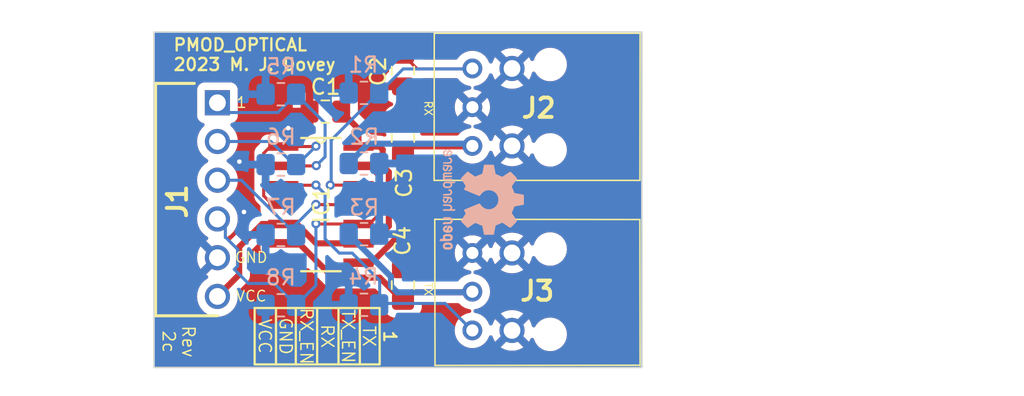
<source format=kicad_pcb>
(kicad_pcb (version 20221018) (generator pcbnew)
  (title_block (comment 4 "AISLER Project ID: YIFBNGIH"))
  (layers (0 "F.Cu" signal) (31 "B.Cu" signal) (34 "B.Paste" user) (35 "F.Paste" user) (36 "B.SilkS" user "B.Silkscreen") (37 "F.SilkS" user "F.Silkscreen") (38 "B.Mask" user) (39 "F.Mask" user) (44 "Edge.Cuts" user))
  (property "PCBRevision" "c")
  (property "SchematicRevision" "2")
  (net 0 "")
  (net 1 "/SPDIF_RX")
  (net 2 "/GND")
  (net 3 "/3V3")
  (net 4 "/SPDIF_TX")
  (net 5 "/TX")
  (net 6 "/RX")
  (net 7 "/3V3_RX")
  (net 8 "/3V3_TX")
  (net 9 "/TX_EN")
  (net 10 "/RX_EN")
  (footprint "Capacitor_SMD:C_0805_2012Metric_Pad1.18x1.45mm_HandSolder" (layer "F.Cu") (at 111.2383 70.22 180)
    (fp_text reference "C1" (at -0.0127 1.62) (layer "F.SilkS"))
    (fp_text value "0.1uF")
    (pad "1" smd roundrect locked (at -1.0375 0 180) (size 1.175 1.45) (layers "F.Cu" "F.Paste" "F.Mask") (roundrect_rratio 0.2127659574) (net 3 "/3V3"))
    (pad "2" smd roundrect locked (at 1.0375 0 180) (size 1.175 1.45) (layers "F.Cu" "F.Paste" "F.Mask") (roundrect_rratio 0.2127659574) (net 2 "/GND"))
  )
  (footprint "CliffElectronicComponents:FCR684208R" (layer "F.Cu") (at 127.74 65.63)
    (fp_text reference "J2" (at -2.51 4.36 180) (layer "F.SilkS") (effects (font (size 1.27 1.27) (thickness 0.254))))
    (fp_text value "FCR684208R" hide)
    (pad "" np_thru_hole circle (at -1.76 1.5 90) (size 1.7 1.7) (drill 1.7) (layers "*.Cu" "*.Mask"))
    (pad "" np_thru_hole circle (at -1.76 7.1 90) (size 1.7 1.7) (drill 1.7) (layers "*.Cu" "*.Mask"))
    (pad "1" thru_hole circle (at -6.86 1.76 90) (size 1.3 1.3) (drill 0.8) (layers "*.Cu" "*.Mask") (net 1 "/SPDIF_RX"))
    (pad "2" thru_hole circle (at -6.86 4.3 90) (size 1.3 1.3) (drill 0.8) (layers "*.Cu" "*.Mask") (net 2 "/GND"))
    (pad "2" thru_hole circle (at -4.26 1.76 90) (size 1.65 1.65) (drill 1.1) (layers "*.Cu" "*.Mask") (net 2 "/GND"))
    (pad "2" thru_hole circle (at -4.26 6.84 90) (size 1.65 1.65) (drill 1.1) (layers "*.Cu" "*.Mask") (net 2 "/GND"))
    (pad "3" thru_hole circle (at -6.86 6.84 90) (size 1.3 1.3) (drill 0.8) (layers "*.Cu" "*.Mask") (net 7 "/3V3_RX"))
  )
  (footprint "Capacitor_SMD:C_0805_2012Metric_Pad1.18x1.45mm_HandSolder" (layer "F.Cu") (at 116.33 67.5275 -90)
    (fp_text reference "C2" (at 0.0525 1.63 90) (layer "F.SilkS"))
    (fp_text value "30pF")
    (pad "1" smd roundrect locked (at -1.0375 0 270) (size 1.175 1.45) (layers "F.Cu" "F.Paste" "F.Mask") (roundrect_rratio 0.2127659574) (net 1 "/SPDIF_RX"))
    (pad "2" smd roundrect locked (at 1.0375 0 270) (size 1.175 1.45) (layers "F.Cu" "F.Paste" "F.Mask") (roundrect_rratio 0.2127659574) (net 2 "/GND"))
  )
  (footprint "Capacitor_SMD:C_0805_2012Metric_Pad1.18x1.45mm_HandSolder" (layer "F.Cu") (at 116.33 71.9475 90)
    (fp_text reference "C3" (at -2.9525 0.07 90) (layer "F.SilkS"))
    (fp_text value "0.1uF")
    (pad "1" smd roundrect locked (at -1.0375 0 90) (size 1.175 1.45) (layers "F.Cu" "F.Paste" "F.Mask") (roundrect_rratio 0.2127659574) (net 7 "/3V3_RX"))
    (pad "2" smd roundrect locked (at 1.0375 0 90) (size 1.175 1.45) (layers "F.Cu" "F.Paste" "F.Mask") (roundrect_rratio 0.2127659574) (net 2 "/GND"))
  )
  (footprint "CliffElectronicComponents:FCR684208T" (layer "F.Cu") (at 120.88 79.49)
    (fp_text reference "J3" (at 4.25 2.5) (layer "F.SilkS") (effects (font (size 1.27 1.27) (thickness 0.254))))
    (fp_text value "FCR684208T" hide)
    (pad "" np_thru_hole circle (at 5.1 -0.26) (size 1.7 1.7) (drill 1.7) (layers "*.Cu" "*.Mask"))
    (pad "" np_thru_hole circle (at 5.1 5.34) (size 1.7 1.7) (drill 1.7) (layers "*.Cu" "*.Mask"))
    (pad "1" thru_hole circle (at 0 0) (size 1.3 1.3) (drill 0.8) (layers "*.Cu" "*.Mask") (net 2 "/GND"))
    (pad "1" thru_hole circle (at 2.6 0) (size 1.65 1.65) (drill 1.1) (layers "*.Cu" "*.Mask") (net 2 "/GND"))
    (pad "1" thru_hole circle (at 2.6 5.08) (size 1.65 1.65) (drill 1.1) (layers "*.Cu" "*.Mask") (net 2 "/GND"))
    (pad "2" thru_hole circle (at 0 2.54) (size 1.3 1.3) (drill 0.8) (layers "*.Cu" "*.Mask") (net 8 "/3V3_TX"))
    (pad "3" thru_hole circle (at 0 5.08) (size 1.3 1.3) (drill 0.8) (layers "*.Cu" "*.Mask") (net 4 "/SPDIF_TX"))
  )
  (footprint "Digilent:PMOD (6 Pin)" (layer "F.Cu") (at 104.16 82.34 90)
    (fp_text reference locked "J1" (at 6.23 -2.63 90) (layer "F.SilkS") (effects (font (size 1.27 1.27) (thickness 0.254))))
    (fp_text value "PMOD (6 Pin)" hide)
    (fp_text user "GND" (at 2.56 2.215 unlocked) (layer "F.SilkS") (effects (font (size 0.7 0.7) (thickness 0.09))))
    (fp_text user "VCC" (at 0.02 2.215 unlocked) (layer "F.SilkS") (effects (font (size 0.7 0.7) (thickness 0.09))))
    (fp_text user locked "1" (at 12.72 1.58 unlocked) (layer "F.SilkS") (effects (font (size 0.7 0.7) (thickness 0.09))))
    (pad "1" thru_hole rect locked (at 12.7 0 90) (size 1.65 1.65) (drill 1.1) (layers "*.Cu" "*.Mask") (net 5 "/TX"))
    (pad "2" thru_hole circle locked (at 10.16 0 90) (size 1.65 1.65) (drill 1.1) (layers "*.Cu" "*.Mask") (net 9 "/TX_EN"))
    (pad "3" thru_hole circle locked (at 7.62 0 90) (size 1.65 1.65) (drill 1.1) (layers "*.Cu" "*.Mask") (net 6 "/RX"))
    (pad "4" thru_hole circle locked (at 5.08 0 90) (size 1.65 1.65) (drill 1.1) (layers "*.Cu" "*.Mask") (net 10 "/RX_EN"))
    (pad "5" thru_hole circle locked (at 2.54 0 90) (size 1.65 1.65) (drill 1.1) (layers "*.Cu" "*.Mask") (net 2 "/GND"))
    (pad "6" thru_hole circle locked (at 0 0 90) (size 1.65 1.65) (drill 1.1) (layers "*.Cu" "*.Mask") (net 3 "/3V3"))
  )
  (footprint "TexasInstruments:SOIC_SN74AHC126DR" (layer "F.Cu") (at 110.9462 76.32)
    (fp_text reference "IC1" (at 0.04 0.02 -90) (layer "F.SilkS"))
    (fp_text value "SN74AHC126DR" hide)
    (pad "1" smd rect (at -2.4638 -3.81 90) (size 0.5588 1.9812) (layers "F.Cu" "F.Paste" "F.Mask") (net 9 "/TX_EN"))
    (pad "2" smd rect (at -2.4638 -2.54 90) (size 0.5588 1.9812) (layers "F.Cu" "F.Paste" "F.Mask") (net 5 "/TX"))
    (pad "3" smd rect (at -2.4638 -1.27 90) (size 0.5588 1.9812) (layers "F.Cu" "F.Paste" "F.Mask") (net 4 "/SPDIF_TX"))
    (pad "4" smd rect (at -2.4638 0 90) (size 0.5588 1.9812) (layers "F.Cu" "F.Paste" "F.Mask") (net 9 "/TX_EN"))
    (pad "5" smd rect (at -2.4638 1.27 90) (size 0.5588 1.9812) (layers "F.Cu" "F.Paste" "F.Mask") (net 3 "/3V3"))
    (pad "6" smd rect (at -2.4638 2.54 90) (size 0.5588 1.9812) (layers "F.Cu" "F.Paste" "F.Mask") (net 8 "/3V3_TX"))
    (pad "7" smd rect (at -2.4638 3.81 90) (size 0.5588 1.9812) (layers "F.Cu" "F.Paste" "F.Mask") (net 2 "/GND"))
    (pad "8" smd rect (at 2.4638 3.81 90) (size 0.5588 1.9812) (layers "F.Cu" "F.Paste" "F.Mask") (net 7 "/3V3_RX"))
    (pad "9" smd rect (at 2.4638 2.54 90) (size 0.5588 1.9812) (layers "F.Cu" "F.Paste" "F.Mask") (net 3 "/3V3"))
    (pad "10" smd rect (at 2.4638 1.27 90) (size 0.5588 1.9812) (layers "F.Cu" "F.Paste" "F.Mask") (net 10 "/RX_EN"))
    (pad "11" smd rect (at 2.4638 0 90) (size 0.5588 1.9812) (layers "F.Cu" "F.Paste" "F.Mask") (net 6 "/RX"))
    (pad "12" smd rect (at 2.4638 -1.27 90) (size 0.5588 1.9812) (layers "F.Cu" "F.Paste" "F.Mask") (net 1 "/SPDIF_RX"))
    (pad "13" smd rect (at 2.4638 -2.54 90) (size 0.5588 1.9812) (layers "F.Cu" "F.Paste" "F.Mask") (net 10 "/RX_EN"))
    (pad "14" smd rect (at 2.4638 -3.81 90) (size 0.5588 1.9812) (layers "F.Cu" "F.Paste" "F.Mask") (net 3 "/3V3"))
  )
  (footprint "Capacitor_SMD:C_0805_2012Metric_Pad1.18x1.45mm_HandSolder" (layer "F.Cu") (at 116.33 81.5975 90)
    (fp_text reference "C4" (at 2.8975 -0.03 90) (layer "F.SilkS"))
    (fp_text value "0.1uF")
    (pad "1" smd roundrect locked (at -1.0375 0 90) (size 1.175 1.45) (layers "F.Cu" "F.Paste" "F.Mask") (roundrect_rratio 0.2127659574) (net 8 "/3V3_TX"))
    (pad "2" smd roundrect locked (at 1.0375 0 90) (size 1.175 1.45) (layers "F.Cu" "F.Paste" "F.Mask") (roundrect_rratio 0.2127659574) (net 2 "/GND"))
  )
  (footprint "Symbol:OSHW-Logo2_7.3x6mm_SilkScreen" (layer "B.Cu") (at 121.5 76 90)
    (fp_text reference "REF**" hide)
    (fp_text value "OSHW-Logo2_7.3x6mm_SilkScreen" hide)
  )
  (footprint "Resistor_SMD:R_0805_2012Metric_Pad1.20x1.40mm_HandSolder" (layer "B.Cu") (at 113.77 82.89)
    (fp_text reference "R4" (at -0.04 -1.84) (layer "B.SilkS") (effects (justify mirror)))
    (fp_text value "100k")
    (pad "1" smd roundrect locked (at -1 0) (size 1.2 1.4) (layers "B.Cu" "B.Paste" "B.Mask") (roundrect_rratio 0.2083333333) (net 2 "/GND"))
    (pad "2" smd roundrect locked (at 1 0) (size 1.2 1.4) (layers "B.Cu" "B.Paste" "B.Mask") (roundrect_rratio 0.2083333333) (net 4 "/SPDIF_TX"))
  )
  (footprint "Resistor_SMD:R_0805_2012Metric_Pad1.20x1.40mm_HandSolder" (layer "B.Cu") (at 113.77 68.99)
    (fp_text reference "R1" (at -0.04 -1.84) (layer "B.SilkS") (effects (justify mirror)))
    (fp_text value "100k")
    (pad "1" smd roundrect locked (at -1 0) (size 1.2 1.4) (layers "B.Cu" "B.Paste" "B.Mask") (roundrect_rratio 0.2083333333) (net 2 "/GND"))
    (pad "2" smd roundrect locked (at 1 0) (size 1.2 1.4) (layers "B.Cu" "B.Paste" "B.Mask") (roundrect_rratio 0.2083333333) (net 1 "/SPDIF_RX"))
  )
  (footprint "Resistor_SMD:R_0805_2012Metric_Pad1.20x1.40mm_HandSolder" (layer "B.Cu") (at 108.32 73.693333)
    (fp_text reference "R6" (at 0 -1.82) (layer "B.SilkS") (effects (justify mirror)))
    (fp_text value "100k")
    (pad "1" smd roundrect locked (at -1 0) (size 1.2 1.4) (layers "B.Cu" "B.Paste" "B.Mask") (roundrect_rratio 0.2083333333) (net 2 "/GND"))
    (pad "2" smd roundrect locked (at 1 0) (size 1.2 1.4) (layers "B.Cu" "B.Paste" "B.Mask") (roundrect_rratio 0.2083333333) (net 9 "/TX_EN"))
  )
  (footprint "Resistor_SMD:R_0805_2012Metric_Pad1.20x1.40mm_HandSolder" (layer "B.Cu") (at 108.32 78.306666)
    (fp_text reference "R7" (at 0 -1.82) (layer "B.SilkS") (effects (justify mirror)))
    (fp_text value "100k")
    (pad "1" smd roundrect locked (at -1 0) (size 1.2 1.4) (layers "B.Cu" "B.Paste" "B.Mask") (roundrect_rratio 0.2083333333) (net 2 "/GND"))
    (pad "2" smd roundrect locked (at 1 0) (size 1.2 1.4) (layers "B.Cu" "B.Paste" "B.Mask") (roundrect_rratio 0.2083333333) (net 6 "/RX"))
  )
  (footprint "Resistor_SMD:R_0805_2012Metric_Pad1.20x1.40mm_HandSolder" (layer "B.Cu") (at 113.77 78.256666 180)
    (fp_text reference "R3" (at -0.02 1.75) (layer "B.SilkS") (effects (justify mirror)))
    (fp_text value "100k")
    (pad "1" smd roundrect locked (at -1 0 180) (size 1.2 1.4) (layers "B.Cu" "B.Paste" "B.Mask") (roundrect_rratio 0.2083333333) (net 2 "/GND"))
    (pad "2" smd roundrect locked (at 1 0 180) (size 1.2 1.4) (layers "B.Cu" "B.Paste" "B.Mask") (roundrect_rratio 0.2083333333) (net 8 "/3V3_TX"))
  )
  (footprint "Resistor_SMD:R_0805_2012Metric_Pad1.20x1.40mm_HandSolder" (layer "B.Cu") (at 108.32 82.92)
    (fp_text reference "R8" (at 0 -1.82) (layer "B.SilkS") (effects (justify mirror)))
    (fp_text value "100k")
    (pad "1" smd roundrect locked (at -1 0) (size 1.2 1.4) (layers "B.Cu" "B.Paste" "B.Mask") (roundrect_rratio 0.2083333333) (net 2 "/GND"))
    (pad "2" smd roundrect locked (at 1 0) (size 1.2 1.4) (layers "B.Cu" "B.Paste" "B.Mask") (roundrect_rratio 0.2083333333) (net 10 "/RX_EN"))
  )
  (footprint "Resistor_SMD:R_0805_2012Metric_Pad1.20x1.40mm_HandSolder" (layer "B.Cu") (at 108.32 69.08)
    (fp_text reference "R5" (at 0 -1.82) (layer "B.SilkS") (effects (justify mirror)))
    (fp_text value "100k")
    (pad "1" smd roundrect locked (at -1 0) (size 1.2 1.4) (layers "B.Cu" "B.Paste" "B.Mask") (roundrect_rratio 0.2083333333) (net 2 "/GND"))
    (pad "2" smd roundrect locked (at 1 0) (size 1.2 1.4) (layers "B.Cu" "B.Paste" "B.Mask") (roundrect_rratio 0.2083333333) (net 5 "/TX"))
  )
  (footprint "Resistor_SMD:R_0805_2012Metric_Pad1.20x1.40mm_HandSolder" (layer "B.Cu") (at 113.77 73.623333 180)
    (fp_text reference "R2" (at -0.02 1.75) (layer "B.SilkS") (effects (justify mirror)))
    (fp_text value "100k")
    (pad "1" smd roundrect locked (at -1 0 180) (size 1.2 1.4) (layers "B.Cu" "B.Paste" "B.Mask") (roundrect_rratio 0.2083333333) (net 2 "/GND"))
    (pad "2" smd roundrect locked (at 1 0 180) (size 1.2 1.4) (layers "B.Cu" "B.Paste" "B.Mask") (roundrect_rratio 0.2083333333) (net 7 "/3V3_RX"))
  )
  (gr_line (start 110.7 83.1) (end 110.7 86.8) (stroke (width 0.15)) (layer "F.SilkS"))
  (gr_line (start 112.1 83.1) (end 112.1 86.8) (stroke (width 0.15)) (layer "F.SilkS"))
  (gr_rect (start 106.6 83.1) (end 114.8 86.8) (stroke (width 0.15)) (fill none) (layer "F.SilkS"))
  (gr_line (start 109.3 83.1) (end 109.3 86.8) (stroke (width 0.15)) (layer "F.SilkS"))
  (gr_line (start 108 83.1) (end 108 86.8) (stroke (width 0.15)) (layer "F.SilkS"))
  (gr_line (start 113.5 83.2) (end 113.5 86.8) (stroke (width 0.15)) (layer "F.SilkS"))
  (gr_rect locked (start 100 65) (end 132 87) (stroke (width 0.1)) (fill none) (layer "Edge.Cuts"))
  (gr_text "GND" (at 108.166666 83.661905 270) (layer "F.SilkS") (effects (font (size 0.8 0.8) (thickness 0.1)) (justify left bottom)))
  (gr_text "RX" (at 110.899998 84.1 270) (layer "F.SilkS") (effects (font (size 0.8 0.8) (thickness 0.1)) (justify left bottom)))
  (gr_text "TX" (at 113.63333 84.195238 270) (layer "F.SilkS") (effects (font (size 0.8 0.8) (thickness 0.1)) (justify left bottom)))
  (gr_text "RX_EN" (at 109.533332 83.014285 270) (layer "F.SilkS") (effects (font (size 0.8 0.8) (thickness 0.1)) (justify left bottom)))
  (gr_text "PMOD_OPTICAL\n2023 M. J. Dovey" (at 101.2 67.6) (layer "F.SilkS") (effects (font (size 0.8 0.8)) (justify left bottom)))
  (gr_text "Rev\n${SchematicRevision}${PCBRevision}" (at 100.5 85.3 270) (layer "F.SilkS") (effects (font (size 0.8 0.8) (thickness 0.1)) (justify bottom)))
  (gr_text "TX" (at 117.7 81.858752 270) (layer "F.SilkS") (effects (font (size 0.5 0.5) (thickness 0.08)) (justify bottom)))
  (gr_text "1" (at 115 84.5 270) (layer "F.SilkS") (effects (font (size 0.8 0.8)) (justify left bottom)))
  (gr_text "VCC" (at 106.8 83.738095 270) (layer "F.SilkS") (effects (font (size 0.8 0.8) (thickness 0.1)) (justify left bottom)))
  (gr_text "RX" (at 117.7 70 270) (layer "F.SilkS") (effects (font (size 0.5 0.5) (thickness 0.08)) (justify bottom)))
  (gr_text "TX_EN" (at 112.266664 83.109523 270) (layer "F.SilkS") (effects (font (size 0.8 0.8) (thickness 0.1)) (justify left bottom)))
  (segment (start 111.557914 75.040756) (end 113.400756 75.040756) (width 0.2) (layer "F.Cu") (net 1))
  (segment (start 117.26 67.42) (end 120.83 67.42) (width 0.2) (layer "F.Cu") (net 1))
  (segment (start 116.33 66.49) (end 117.26 67.42) (width 0.2) (layer "F.Cu") (net 1))
  (via locked (at 111.557914 75.040756) (size 0.6) (drill 0.3) (layers "F.Cu" "B.Cu") (net 1))
  (segment (start 111.62133 72.090625) (end 111.62133 74.97734) (width 0.2) (layer "B.Cu") (net 1))
  (segment (start 114.721954 68.99) (end 111.62133 72.090625) (width 0.2) (layer "B.Cu") (net 1))
  (segment (start 111.62133 74.97734) (end 111.557914 75.040756) (width 0.2) (layer "B.Cu") (net 1))
  (segment (start 114.77 68.99) (end 116.34 67.42) (width 0.2) (layer "B.Cu") (net 1))
  (segment (start 114.77 68.99) (end 114.721954 68.99) (width 0.2) (layer "B.Cu") (net 1))
  (segment (start 116.34 67.42) (end 120.83 67.42) (width 0.2) (layer "B.Cu") (net 1))
  (via (at 108.8 71.3) (size 0.6) (drill 0.3) (layers "F.Cu" "B.Cu") (net 2))
  (via (at 105.9 76.8) (size 0.6) (drill 0.3) (layers "F.Cu" "B.Cu") (net 2))
  (via (at 105.6 73.5) (size 0.6) (drill 0.3) (layers "F.Cu" "B.Cu") (net 2))
  (segment (start 115.4006 74.180651) (end 115.4006 77.7294) (width 0.4) (layer "F.Cu") (net 3))
  (segment (start 110.637207 78.86) (end 113.41 78.86) (width 0.4) (layer "F.Cu") (net 3))
  (segment (start 113.41 72.51) (end 114.8006 72.51) (width 0.4) (layer "F.Cu") (net 3))
  (segment (start 115.0006 73.78065) (end 115.4006 74.180651) (width 0.4) (layer "F.Cu") (net 3))
  (segment (start 105.585 80.915) (end 104.16 82.34) (width 0.4) (layer "F.Cu") (net 3))
  (segment (start 107.0918 77.59) (end 105.585 79.0968) (width 0.4) (layer "F.Cu") (net 3))
  (segment (start 113.41 72.51) (end 113.41 71.3542) (width 0.4) (layer "F.Cu") (net 3))
  (segment (start 105.585 79.0968) (end 105.585 80.915) (width 0.4) (layer "F.Cu") (net 3))
  (segment (start 108.4824 77.59) (end 107.0918 77.59) (width 0.4) (layer "F.Cu") (net 3))
  (segment (start 115.4006 77.7294) (end 114.27 78.86) (width 0.4) (layer "F.Cu") (net 3))
  (segment (start 109.367207 77.59) (end 110.637207 78.86) (width 0.4) (layer "F.Cu") (net 3))
  (segment (start 113.41 71.3542) (end 112.2758 70.22) (width 0.4) (layer "F.Cu") (net 3))
  (segment (start 114.27 78.86) (end 113.41 78.86) (width 0.4) (layer "F.Cu") (net 3))
  (segment (start 114.8006 72.51) (end 115.0006 72.71) (width 0.4) (layer "F.Cu") (net 3))
  (segment (start 108.4824 77.59) (end 109.367207 77.59) (width 0.4) (layer "F.Cu") (net 3))
  (segment (start 115.0006 72.71) (end 115.0006 73.78065) (width 0.4) (layer "F.Cu") (net 3))
  (segment (start 108.4824 75.05) (end 110.606134 75.05) (width 0.2) (layer "F.Cu") (net 4))
  (segment (start 110.606134 75.05) (end 110.62 75.036134) (width 0.2) (layer "F.Cu") (net 4))
  (via locked (at 110.62 75.036134) (size 0.6) (drill 0.3) (layers "F.Cu" "B.Cu") (net 4))
  (segment (start 114.9 82.8) (end 119.09 82.8) (width 0.2) (layer "B.Cu") (net 4))
  (segment (start 114.8 82.7) (end 114.9 82.8) (width 0.2) (layer "B.Cu") (net 4))
  (segment (start 111.22 75.636134) (end 111.22 78.57) (width 0.2) (layer "B.Cu") (net 4))
  (segment (start 114.8 81.3) (end 114.8 82.7) (width 0.2) (layer "B.Cu") (net 4))
  (segment (start 110.62 75.036134) (end 111.22 75.636134) (width 0.2) (layer "B.Cu") (net 4))
  (segment (start 111.22 78.57) (end 112.15 79.5) (width 0.2) (layer "B.Cu") (net 4))
  (segment (start 119.09 82.8) (end 120.9 84.61) (width 0.2) (layer "B.Cu") (net 4))
  (segment (start 112.15 79.5) (end 113 79.5) (width 0.2) (layer "B.Cu") (net 4))
  (segment (start 113 79.5) (end 114.8 81.3) (width 0.2) (layer "B.Cu") (net 4))
  (segment (start 108.4824 73.78) (end 110.621708 73.78) (width 0.2) (layer "F.Cu") (net 5))
  (segment (start 110.621708 73.78) (end 110.64133 73.760378) (width 0.2) (layer "F.Cu") (net 5))
  (via locked (at 110.64133 73.760378) (size 0.6) (drill 0.3) (layers "F.Cu" "B.Cu") (net 5))
  (segment (start 111.22133 73.180378) (end 110.64133 73.760378) (width 0.2) (layer "B.Cu") (net 5))
  (segment (start 104.8 70.28) (end 104.16 69.64) (width 0.2) (layer "B.Cu") (net 5))
  (segment (start 111.22133 70.98133) (end 111.22133 73.180378) (width 0.2) (layer "B.Cu") (net 5))
  (segment (start 109.32 69.08) (end 111.22133 70.98133) (width 0.2) (layer "B.Cu") (net 5))
  (segment (start 108.12 70.28) (end 104.8 70.28) (width 0.2) (layer "B.Cu") (net 5))
  (segment (start 108.12 70.28) (end 109.32 69.08) (width 0.2) (layer "B.Cu") (net 5))
  (segment (start 110.634622 76.32) (end 113.41 76.32) (width 0.2) (layer "F.Cu") (net 6))
  (segment (start 110.62 76.305378) (end 110.634622 76.32) (width 0.2) (layer "F.Cu") (net 6))
  (via locked (at 110.62 76.305378) (size 0.6) (drill 0.3) (layers "F.Cu" "B.Cu") (net 6))
  (segment (start 109.32 77.605378) (end 110.62 76.305378) (width 0.2) (layer "B.Cu") (net 6))
  (segment (start 105.733334 74.72) (end 109.32 78.306666) (width 0.2) (layer "B.Cu") (net 6))
  (segment (start 109.32 78.306666) (end 109.32 77.605378) (width 0.2) (layer "B.Cu") (net 6))
  (segment (start 104.16 74.72) (end 105.733334 74.72) (width 0.2) (layer "B.Cu") (net 6))
  (segment (start 114.27 80.13) (end 116.33 78.07) (width 0.4) (layer "F.Cu") (net 7))
  (segment (start 116.33 72.985) (end 116.815 72.5) (width 0.4) (layer "F.Cu") (net 7))
  (segment (start 113.41 80.13) (end 114.27 80.13) (width 0.4) (layer "F.Cu") (net 7))
  (segment (start 116.815 72.5) (end 120.83 72.5) (width 0.4) (layer "F.Cu") (net 7))
  (segment (start 116.33 78.07) (end 116.33 72.985) (width 0.4) (layer "F.Cu") (net 7))
  (segment (start 112.77 73.621251) (end 114.067918 72.323333) (width 0.4) (layer "B.Cu") (net 7))
  (segment (start 114.067918 72.323333) (end 120.653333 72.323333) (width 0.4) (layer "B.Cu") (net 7))
  (segment (start 120.653333 72.323333) (end 120.83 72.5) (width 0.4) (layer "B.Cu") (net 7))
  (segment (start 112.77 73.623333) (end 112.77 73.621251) (width 0.4) (layer "B.Cu") (net 7))
  (segment (start 109.506541 78.86) (end 111.756541 81.11) (width 0.4) (layer "F.Cu") (net 8))
  (segment (start 116.895 82.07) (end 120.9 82.07) (width 0.4) (layer "F.Cu") (net 8))
  (segment (start 114.805 81.11) (end 116.33 82.635) (width 0.4) (layer "F.Cu") (net 8))
  (segment (start 111.756541 81.11) (end 114.805 81.11) (width 0.4) (layer "F.Cu") (net 8))
  (segment (start 116.33 82.635) (end 116.895 82.07) (width 0.4) (layer "F.Cu") (net 8))
  (segment (start 108.4824 78.86) (end 109.506541 78.86) (width 0.4) (layer "F.Cu") (net 8))
  (segment (start 115.952082 82.07) (end 115.541041 81.658959) (width 0.4) (layer "B.Cu") (net 8))
  (segment (start 112.77 78.256666) (end 112.77 78.258748) (width 0.4) (layer "B.Cu") (net 8))
  (segment (start 115.541041 81.041041) (end 112.8 78.3) (width 0.4) (layer "B.Cu") (net 8))
  (segment (start 115.541041 81.658959) (end 115.541041 81.041041) (width 0.4) (layer "B.Cu") (net 8))
  (segment (start 120.9 82.07) (end 115.952082 82.07) (width 0.4) (layer "B.Cu") (net 8))
  (segment (start 110.596708 72.51) (end 110.62133 72.485378) (width 0.2) (layer "F.Cu") (net 9))
  (segment (start 107.7712 76.32) (end 107.1918 75.7406) (width 0.2) (layer "F.Cu") (net 9))
  (segment (start 107.1918 72.9482) (end 107.63 72.51) (width 0.2) (layer "F.Cu") (net 9))
  (segment (start 108.4824 72.51) (end 110.596708 72.51) (width 0.2) (layer "F.Cu") (net 9))
  (segment (start 107.1918 75.7406) (end 107.1918 72.9482) (width 0.2) (layer "F.Cu") (net 9))
  (via locked (at 110.62133 72.485378) (size 0.6) (drill 0.3) (layers "F.Cu" "B.Cu") (net 9))
  (segment (start 109.413375 73.693333) (end 110.62133 72.485378) (width 0.2) (layer "B.Cu") (net 9))
  (segment (start 104.16 72.18) (end 107.667327 72.18) (width 0.2) (layer "B.Cu") (net 9))
  (segment (start 107.667327 72.18) (end 109.18066 73.693333) (width 0.2) (layer "B.Cu") (net 9))
  (segment (start 114.7006 74.469894) (end 114.010706 73.78) (width 0.2) (layer "F.Cu") (net 10))
  (segment (start 110.62 77.57) (end 110.64 77.59) (width 0.2) (layer "F.Cu") (net 10))
  (segment (start 114.7006 77.0106) (end 114.7006 74.469894) (width 0.2) (layer "F.Cu") (net 10))
  (segment (start 114.1212 77.59) (end 114.7006 77.0106) (width 0.2) (layer "F.Cu") (net 10))
  (segment (start 110.64 77.59) (end 113.41 77.59) (width 0.2) (layer "F.Cu") (net 10))
  (via locked (at 110.62 77.57) (size 0.6) (drill 0.3) (layers "F.Cu" "B.Cu") (net 10))
  (segment (start 106.19 81.49) (end 107.89 81.49) (width 0.2) (layer "B.Cu") (net 10))
  (segment (start 105.266917 80.566917) (end 106.19 81.49) (width 0.2) (layer "B.Cu") (net 10))
  (segment (start 104.708833 78.475) (end 105.485 79.251167) (width 0.2) (layer "B.Cu") (net 10))
  (segment (start 110.62 81.62) (end 110.62 77.57) (width 0.2) (layer "B.Cu") (net 10))
  (segment (start 105.485 80.348833) (end 105.266917 80.566917) (width 0.2) (layer "B.Cu") (net 10))
  (segment (start 104.16 77.26) (end 104.68 77.78) (width 0.2) (layer "B.Cu") (net 10))
  (segment (start 109.32 82.92) (end 110.62 81.62) (width 0.2) (layer "B.Cu") (net 10))
  (segment (start 105.485 79.251167) (end 105.485 80.348833) (width 0.2) (layer "B.Cu") (net 10))
  (segment (start 107.89 81.49) (end 109.32 82.92) (width 0.2) (layer "B.Cu") (net 10))
  (segment (start 104.68 77.78) (end 104.68 78.475) (width 0.2) (layer "B.Cu") (net 10))
  (segment (start 104.68 78.475) (end 104.708833 78.475) (width 0.2) (layer "B.Cu") (net 10))
  (zone (net 2) (net_name "/GND") (layers "F&B.Cu") (connect_pads (clearance 0.508)) (min_thickness 0.254) (fill yes (thermal_gap 0.508) (thermal_bridge_width 0.508))
    (polygon (pts (xy 157.08 88.9) (xy 89.9 88.8) (xy 89.999615 62.999769) (xy 157.08 62.9)))
  )
)
</source>
